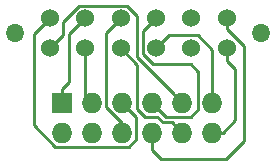
<source format=gtl>
G04 #@! TF.FileFunction,Copper,L1,Top,Signal*
%FSLAX46Y46*%
G04 Gerber Fmt 4.6, Leading zero omitted, Abs format (unit mm)*
G04 Created by KiCad (PCBNEW (2016-02-15 BZR 6559)-product) date Friday, 26 February 2016 'pmt' 22:53:27*
%MOMM*%
G01*
G04 APERTURE LIST*
%ADD10C,0.100000*%
%ADD11R,1.727200X1.727200*%
%ADD12O,1.727200X1.727200*%
%ADD13C,1.524000*%
%ADD14O,1.500000X1.600000*%
%ADD15C,0.250000*%
G04 APERTURE END LIST*
D10*
D11*
X145880000Y-98500000D03*
D12*
X145880000Y-101040000D03*
X148420000Y-98500000D03*
X148420000Y-101040000D03*
X150960000Y-98500000D03*
X150960000Y-101040000D03*
X153500000Y-98500000D03*
X153500000Y-101040000D03*
X156040000Y-98500000D03*
X156040000Y-101040000D03*
X158580000Y-98500000D03*
X158580000Y-101040000D03*
D13*
X144823935Y-91376269D03*
X144823935Y-93876269D03*
X147823935Y-91376269D03*
X147823935Y-93876269D03*
X150823935Y-93876269D03*
X150823935Y-91376269D03*
X153823935Y-91376269D03*
X153823935Y-93876269D03*
X156823935Y-93876269D03*
X156823935Y-91376269D03*
X159823935Y-91376269D03*
X159823935Y-93876269D03*
D14*
X162723935Y-92626269D03*
X141923935Y-92626269D03*
D15*
X146500000Y-96766400D02*
X145880000Y-97386400D01*
X145880000Y-97386400D02*
X145880000Y-98500000D01*
X146500000Y-92700204D02*
X146500000Y-96766400D01*
X147823935Y-91376269D02*
X146500000Y-92700204D01*
X147823935Y-93876269D02*
X147823935Y-97903935D01*
X147823935Y-97903935D02*
X148420000Y-98500000D01*
X150960000Y-98500000D02*
X152148601Y-99688601D01*
X152148601Y-99688601D02*
X152148601Y-101610529D01*
X152148601Y-101610529D02*
X151530529Y-102228601D01*
X151530529Y-102228601D02*
X145309471Y-102228601D01*
X145309471Y-102228601D02*
X143500000Y-100419130D01*
X143500000Y-100419130D02*
X143500000Y-98432202D01*
X143500000Y-92700204D02*
X143500000Y-98432202D01*
X144823935Y-91376269D02*
X143500000Y-92700204D01*
X150960000Y-101040000D02*
X150960000Y-100259130D01*
X150960000Y-100259130D02*
X149608601Y-98907731D01*
X149608601Y-98907731D02*
X149608601Y-92591603D01*
X149608601Y-92591603D02*
X150061936Y-92138268D01*
X150061936Y-92138268D02*
X150823935Y-91376269D01*
X156750000Y-95250000D02*
X157391399Y-95891399D01*
X157391399Y-95891399D02*
X157391399Y-99070529D01*
X154363599Y-99363599D02*
X153500000Y-98500000D01*
X157391399Y-99070529D02*
X156773327Y-99688601D01*
X156773327Y-99688601D02*
X154688601Y-99688601D01*
X154688601Y-99688601D02*
X154363599Y-99363599D01*
X153588904Y-95250000D02*
X156750000Y-95250000D01*
X153823935Y-91376269D02*
X152736934Y-92463270D01*
X152736934Y-92463270D02*
X152736934Y-94398030D01*
X152736934Y-94398030D02*
X153588904Y-95250000D01*
X159823935Y-91376269D02*
X159823935Y-92267507D01*
X159823935Y-92267507D02*
X161250000Y-93693572D01*
X161250000Y-93693572D02*
X161250000Y-101750000D01*
X153500000Y-102500000D02*
X153500000Y-101040000D01*
X161250000Y-101750000D02*
X159750000Y-103250000D01*
X159750000Y-103250000D02*
X154250000Y-103250000D01*
X154250000Y-103250000D02*
X153500000Y-102500000D01*
X152250000Y-94665924D02*
X152250000Y-91193572D01*
X152250000Y-91193572D02*
X151345696Y-90289268D01*
X151345696Y-90289268D02*
X147302174Y-90289268D01*
X147302174Y-90289268D02*
X145910936Y-91680506D01*
X145910936Y-91680506D02*
X145910936Y-92789268D01*
X145910936Y-92789268D02*
X145585934Y-93114270D01*
X145585934Y-93114270D02*
X144823935Y-93876269D01*
X156040000Y-98500000D02*
X155176401Y-97636401D01*
X155176401Y-97636401D02*
X155176401Y-97592325D01*
X155176401Y-97592325D02*
X152250000Y-94665924D01*
X152250000Y-99009130D02*
X152250000Y-95302334D01*
X152250000Y-95302334D02*
X150823935Y-93876269D01*
X156040000Y-101040000D02*
X155176401Y-100176401D01*
X155176401Y-100176401D02*
X154395531Y-100176401D01*
X154395531Y-100176401D02*
X153907731Y-99688601D01*
X153907731Y-99688601D02*
X152929471Y-99688601D01*
X152929471Y-99688601D02*
X152250000Y-99009130D01*
X158580000Y-98500000D02*
X158580000Y-94023572D01*
X158580000Y-94023572D02*
X157345696Y-92789268D01*
X157345696Y-92789268D02*
X154910936Y-92789268D01*
X154910936Y-92789268D02*
X154585934Y-93114270D01*
X154585934Y-93114270D02*
X153823935Y-93876269D01*
X159823935Y-93876269D02*
X159823935Y-94953899D01*
X159823935Y-94953899D02*
X160500000Y-95629964D01*
X160500000Y-95629964D02*
X160500000Y-100000000D01*
X160500000Y-100000000D02*
X159460000Y-101040000D01*
X159460000Y-101040000D02*
X158580000Y-101040000D01*
M02*

</source>
